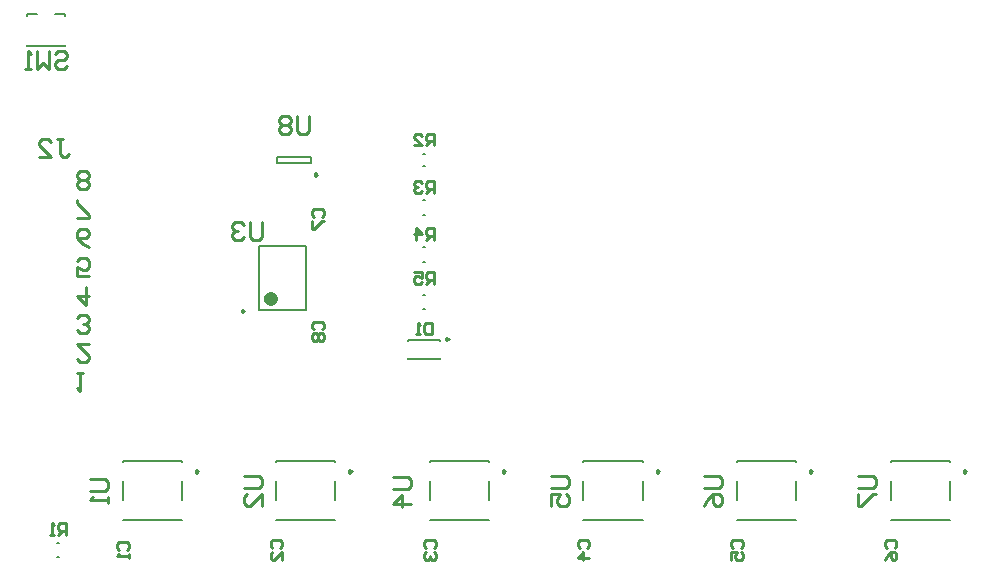
<source format=gbo>
G04*
G04 #@! TF.GenerationSoftware,Altium Limited,Altium Designer,21.2.2 (38)*
G04*
G04 Layer_Color=32896*
%FSLAX25Y25*%
%MOIN*%
G70*
G04*
G04 #@! TF.SameCoordinates,E2040CFD-8BC1-4679-B801-FCB4F48F4876*
G04*
G04*
G04 #@! TF.FilePolarity,Positive*
G04*
G01*
G75*
%ADD10C,0.01000*%
%ADD11C,0.00787*%
%ADD44C,0.00984*%
%ADD45C,0.02362*%
D10*
X22260Y74730D02*
X24259D01*
X23259D01*
Y68732D01*
X22260Y69731D01*
X26259Y84327D02*
X22260D01*
X26259Y80329D01*
Y79329D01*
X25259Y78329D01*
X23259D01*
X22260Y79329D01*
Y88927D02*
X23259Y87927D01*
X25259D01*
X26259Y88927D01*
Y89926D01*
X25259Y90926D01*
X24259D01*
X25259D01*
X26259Y91926D01*
Y92925D01*
X25259Y93925D01*
X23259D01*
X22260Y92925D01*
X25259Y103523D02*
Y97525D01*
X22260Y100524D01*
X26259D01*
Y107122D02*
X22260D01*
Y110121D01*
X24259Y109122D01*
X25259D01*
X26259Y110121D01*
Y112121D01*
X25259Y113120D01*
X23259D01*
X22260Y112121D01*
X26259Y116720D02*
X24259Y117720D01*
X22260Y119719D01*
Y121718D01*
X23259Y122718D01*
X25259D01*
X26259Y121718D01*
Y120719D01*
X25259Y119719D01*
X22260D01*
Y126318D02*
X26259D01*
Y127317D01*
X22260Y131316D01*
Y132316D01*
Y136915D02*
X23259Y135915D01*
X25259D01*
X26259Y136915D01*
Y137915D01*
X25259Y138914D01*
X26259Y139914D01*
Y140914D01*
X25259Y141913D01*
X23259D01*
X22260Y140914D01*
Y139914D01*
X23259Y138914D01*
X22260Y137915D01*
Y136915D01*
X23259Y138914D02*
X25259D01*
X15601Y152698D02*
X17601D01*
X16601D01*
Y147700D01*
X17601Y146700D01*
X18600D01*
X19600Y147700D01*
X9603Y146700D02*
X13602D01*
X9603Y150699D01*
Y151698D01*
X10603Y152698D01*
X12602D01*
X13602Y151698D01*
X99487Y160479D02*
Y155481D01*
X98487Y154481D01*
X96487D01*
X95488Y155481D01*
Y160479D01*
X93489Y159480D02*
X92489Y160479D01*
X90490D01*
X89490Y159480D01*
Y158480D01*
X90490Y157480D01*
X89490Y156481D01*
Y155481D01*
X90490Y154481D01*
X92489D01*
X93489Y155481D01*
Y156481D01*
X92489Y157480D01*
X93489Y158480D01*
Y159480D01*
X92489Y157480D02*
X90490D01*
X282434Y40431D02*
X287432D01*
X288432Y39432D01*
Y37432D01*
X287432Y36433D01*
X282434D01*
Y34433D02*
Y30435D01*
X283434D01*
X287432Y34433D01*
X288432D01*
X231253Y40431D02*
X236251D01*
X237251Y39432D01*
Y37432D01*
X236251Y36433D01*
X231253D01*
Y30435D02*
X232253Y32434D01*
X234252Y34433D01*
X236251D01*
X237251Y33434D01*
Y31434D01*
X236251Y30435D01*
X235252D01*
X234252Y31434D01*
Y34433D01*
X180072Y40431D02*
X185070D01*
X186070Y39432D01*
Y37432D01*
X185070Y36433D01*
X180072D01*
Y30435D02*
Y34433D01*
X183071D01*
X182071Y32434D01*
Y31434D01*
X183071Y30435D01*
X185070D01*
X186070Y31434D01*
Y33434D01*
X185070Y34433D01*
X127316Y40038D02*
X132314D01*
X133314Y39038D01*
Y37039D01*
X132314Y36039D01*
X127316D01*
X133314Y31041D02*
X127316D01*
X130315Y34040D01*
Y30041D01*
X83738Y125046D02*
Y120048D01*
X82739Y119048D01*
X80739D01*
X79740Y120048D01*
Y125046D01*
X77741Y124047D02*
X76741Y125046D01*
X74741D01*
X73742Y124047D01*
Y123047D01*
X74741Y122047D01*
X75741D01*
X74741D01*
X73742Y121048D01*
Y120048D01*
X74741Y119048D01*
X76741D01*
X77741Y120048D01*
X77710Y40431D02*
X82708D01*
X83708Y39432D01*
Y37432D01*
X82708Y36433D01*
X77710D01*
X83708Y30435D02*
Y34433D01*
X79709Y30435D01*
X78709D01*
X77710Y31434D01*
Y33434D01*
X78709Y34433D01*
X26528Y39432D02*
X31527D01*
X32527Y38432D01*
Y36433D01*
X31527Y35433D01*
X26528D01*
X32527Y33434D02*
Y31434D01*
Y32434D01*
X26528D01*
X27528Y33434D01*
X14810Y181133D02*
X15810Y182133D01*
X17809D01*
X18809Y181133D01*
Y180133D01*
X17809Y179134D01*
X15810D01*
X14810Y178134D01*
Y177135D01*
X15810Y176135D01*
X17809D01*
X18809Y177135D01*
X12811Y182133D02*
Y176135D01*
X10811Y178134D01*
X8812Y176135D01*
Y182133D01*
X6813Y176135D02*
X4813D01*
X5813D01*
Y182133D01*
X6813Y181133D01*
X141075Y104331D02*
Y108267D01*
X139107D01*
X138451Y107611D01*
Y106299D01*
X139107Y105643D01*
X141075D01*
X139763D02*
X138451Y104331D01*
X134516Y108267D02*
X137139D01*
Y106299D01*
X135827Y106955D01*
X135171D01*
X134516Y106299D01*
Y104987D01*
X135171Y104331D01*
X136483D01*
X137139Y104987D01*
X141075Y119095D02*
Y123031D01*
X139107D01*
X138451Y122375D01*
Y121063D01*
X139107Y120407D01*
X141075D01*
X139763D02*
X138451Y119095D01*
X135171D02*
Y123031D01*
X137139Y121063D01*
X134516D01*
X141075Y134843D02*
Y138779D01*
X139107D01*
X138451Y138123D01*
Y136811D01*
X139107Y136155D01*
X141075D01*
X139763D02*
X138451Y134843D01*
X137139Y138123D02*
X136483Y138779D01*
X135171D01*
X134516Y138123D01*
Y137467D01*
X135171Y136811D01*
X135827D01*
X135171D01*
X134516Y136155D01*
Y135499D01*
X135171Y134843D01*
X136483D01*
X137139Y135499D01*
X141075Y150591D02*
Y154527D01*
X139107D01*
X138451Y153871D01*
Y152559D01*
X139107Y151903D01*
X141075D01*
X139763D02*
X138451Y150591D01*
X134516D02*
X137139D01*
X134516Y153215D01*
Y153871D01*
X135171Y154527D01*
X136483D01*
X137139Y153871D01*
X18372Y20670D02*
Y24606D01*
X16404D01*
X15748Y23950D01*
Y22638D01*
X16404Y21982D01*
X18372D01*
X17060D02*
X15748Y20670D01*
X14436D02*
X13124D01*
X13780D01*
Y24606D01*
X14436Y23950D01*
X140419Y91535D02*
Y87599D01*
X138451D01*
X137795Y88255D01*
Y90879D01*
X138451Y91535D01*
X140419D01*
X136483Y87599D02*
X135171D01*
X135827D01*
Y91535D01*
X136483Y90879D01*
X101050Y89239D02*
X100394Y89895D01*
Y91207D01*
X101050Y91862D01*
X103674D01*
X104330Y91207D01*
Y89895D01*
X103674Y89239D01*
X101050Y87927D02*
X100394Y87271D01*
Y85959D01*
X101050Y85303D01*
X101706D01*
X102362Y85959D01*
X103018Y85303D01*
X103674D01*
X104330Y85959D01*
Y87271D01*
X103674Y87927D01*
X103018D01*
X102362Y87271D01*
X101706Y87927D01*
X101050D01*
X102362Y87271D02*
Y85959D01*
X101050Y126640D02*
X100394Y127296D01*
Y128608D01*
X101050Y129264D01*
X103674D01*
X104330Y128608D01*
Y127296D01*
X103674Y126640D01*
X100394Y125328D02*
Y122705D01*
X101050D01*
X103674Y125328D01*
X104330D01*
X291995Y16404D02*
X291339Y17060D01*
Y18372D01*
X291995Y19028D01*
X294619D01*
X295275Y18372D01*
Y17060D01*
X294619Y16404D01*
X291339Y12468D02*
X291995Y13780D01*
X293307Y15092D01*
X294619D01*
X295275Y14436D01*
Y13124D01*
X294619Y12468D01*
X293963D01*
X293307Y13124D01*
Y15092D01*
X240814Y16404D02*
X240158Y17060D01*
Y18372D01*
X240814Y19028D01*
X243438D01*
X244094Y18372D01*
Y17060D01*
X243438Y16404D01*
X240158Y12468D02*
Y15092D01*
X242126D01*
X241470Y13780D01*
Y13124D01*
X242126Y12468D01*
X243438D01*
X244094Y13124D01*
Y14436D01*
X243438Y15092D01*
X189633Y16404D02*
X188977Y17060D01*
Y18372D01*
X189633Y19028D01*
X192257D01*
X192913Y18372D01*
Y17060D01*
X192257Y16404D01*
X192913Y13124D02*
X188977D01*
X190945Y15092D01*
Y12468D01*
X138452Y16404D02*
X137796Y17060D01*
Y18372D01*
X138452Y19028D01*
X141076D01*
X141732Y18372D01*
Y17060D01*
X141076Y16404D01*
X138452Y15092D02*
X137796Y14436D01*
Y13124D01*
X138452Y12468D01*
X139108D01*
X139764Y13124D01*
Y13780D01*
Y13124D01*
X140420Y12468D01*
X141076D01*
X141732Y13124D01*
Y14436D01*
X141076Y15092D01*
X87271Y16404D02*
X86615Y17060D01*
Y18372D01*
X87271Y19028D01*
X89895D01*
X90551Y18372D01*
Y17060D01*
X89895Y16404D01*
X90551Y12468D02*
Y15092D01*
X87927Y12468D01*
X87271D01*
X86615Y13124D01*
Y14436D01*
X87271Y15092D01*
X36090Y15748D02*
X35434Y16404D01*
Y17716D01*
X36090Y18372D01*
X38713D01*
X39369Y17716D01*
Y16404D01*
X38713Y15748D01*
X39369Y14436D02*
Y13124D01*
Y13780D01*
X35434D01*
X36090Y14436D01*
D11*
X143091Y79528D02*
Y79843D01*
X132500Y79528D02*
X143091D01*
X132500D02*
Y79843D01*
X143091Y85512D02*
Y85827D01*
X132500D02*
X143091D01*
X132500Y85512D02*
Y85827D01*
X15354Y18012D02*
X16142D01*
X15354Y13484D02*
X16142D01*
X137402Y143602D02*
X138189D01*
X137402Y147736D02*
X138189D01*
X137402Y127461D02*
X138189D01*
X137402Y132382D02*
X138189D01*
X137402Y111713D02*
X138189D01*
X137402Y116634D02*
X138189D01*
X137402Y95965D02*
X138189D01*
X137402Y100886D02*
X138189D01*
X88779Y146653D02*
X100197D01*
X88779Y144685D02*
X100197D01*
X88779D02*
Y146653D01*
X100197Y144685D02*
Y146653D01*
X5512Y183661D02*
Y184153D01*
Y193799D02*
Y194291D01*
X14862D02*
X18110D01*
X5512D02*
X8760D01*
X18110Y183661D02*
Y184153D01*
Y193799D02*
Y194291D01*
X5512Y183661D02*
X18110D01*
X82677Y95669D02*
Y116929D01*
X98425Y95669D02*
Y116929D01*
X82677Y95669D02*
X98425D01*
X82677Y116929D02*
X98425D01*
X293307Y45276D02*
X312992D01*
X293307Y25591D02*
X312992D01*
Y25787D01*
X293307Y25591D02*
Y25787D01*
Y45079D02*
Y45276D01*
X312992Y45079D02*
Y45276D01*
Y32283D02*
Y38583D01*
X293307Y32283D02*
Y38583D01*
X242126Y45276D02*
X261811D01*
X242126Y25591D02*
X261811D01*
Y25787D01*
X242126Y25591D02*
Y25787D01*
Y45079D02*
Y45276D01*
X261811Y45079D02*
Y45276D01*
Y32283D02*
Y38583D01*
X242126Y32283D02*
Y38583D01*
X190945Y45276D02*
X210630D01*
X190945Y25591D02*
X210630D01*
Y25787D01*
X190945Y25591D02*
Y25787D01*
Y45079D02*
Y45276D01*
X210630Y45079D02*
Y45276D01*
Y32283D02*
Y38583D01*
X190945Y32283D02*
Y38583D01*
X139764Y45276D02*
X159449D01*
X139764Y25591D02*
X159449D01*
Y25787D01*
X139764Y25591D02*
Y25787D01*
Y45079D02*
Y45276D01*
X159449Y45079D02*
Y45276D01*
Y32283D02*
Y38583D01*
X139764Y32283D02*
Y38583D01*
X88583Y45276D02*
X108268D01*
X88583Y25591D02*
X108268D01*
Y25787D01*
X88583Y25591D02*
Y25787D01*
Y45079D02*
Y45276D01*
X108268Y45079D02*
Y45276D01*
Y32283D02*
Y38583D01*
X88583Y32283D02*
Y38583D01*
X37402Y45276D02*
X57087D01*
X37402Y25591D02*
X57087D01*
Y25787D01*
X37402Y25591D02*
Y25787D01*
Y45079D02*
Y45276D01*
X57087Y45079D02*
Y45276D01*
Y32283D02*
Y38583D01*
X37402Y32283D02*
Y38583D01*
D44*
X145962Y86107D02*
X145224Y86533D01*
Y85680D01*
X145962Y86107D01*
X102264Y140847D02*
X101526Y141273D01*
Y140420D01*
X102264Y140847D01*
X77854Y95453D02*
X77116Y95879D01*
Y95026D01*
X77854Y95453D01*
X318406Y41929D02*
X317667Y42355D01*
Y41503D01*
X318406Y41929D01*
X267224D02*
X266486Y42355D01*
Y41503D01*
X267224Y41929D01*
X216043D02*
X215305Y42355D01*
Y41503D01*
X216043Y41929D01*
X164862D02*
X164124Y42355D01*
Y41503D01*
X164862Y41929D01*
X113681D02*
X112943Y42355D01*
Y41503D01*
X113681Y41929D01*
X62500D02*
X61762Y42355D01*
Y41503D01*
X62500Y41929D01*
D45*
X87795Y99606D02*
X87351Y100530D01*
X86351Y100758D01*
X85550Y100119D01*
Y99094D01*
X86351Y98455D01*
X87351Y98683D01*
X87795Y99606D01*
M02*

</source>
